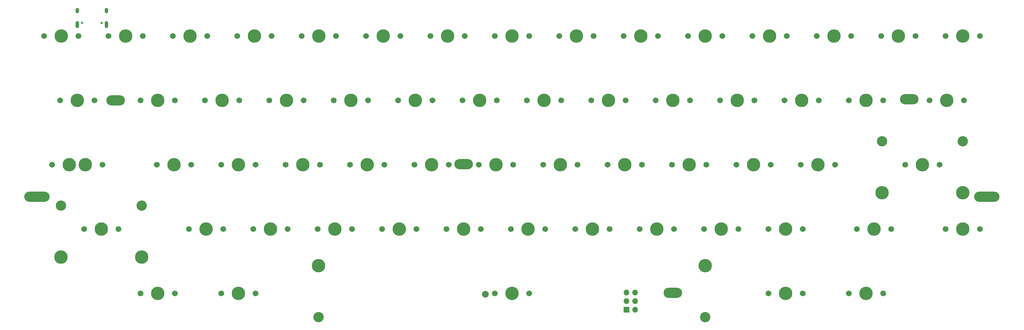
<source format=gts>
G04 #@! TF.GenerationSoftware,KiCad,Pcbnew,(5.99.0-11336-g5116fa6d12)*
G04 #@! TF.CreationDate,2021-07-31T15:39:07+02:00*
G04 #@! TF.ProjectId,plain60-flex-mkd-hhkb,706c6169-6e36-4302-9d66-6c65782d6d6b,rev?*
G04 #@! TF.SameCoordinates,Original*
G04 #@! TF.FileFunction,Soldermask,Top*
G04 #@! TF.FilePolarity,Negative*
%FSLAX46Y46*%
G04 Gerber Fmt 4.6, Leading zero omitted, Abs format (unit mm)*
G04 Created by KiCad (PCBNEW (5.99.0-11336-g5116fa6d12)) date 2021-07-31 15:39:07*
%MOMM*%
%LPD*%
G01*
G04 APERTURE LIST*
%ADD10C,1.701800*%
%ADD11C,3.987800*%
%ADD12C,3.048000*%
%ADD13O,7.500000X3.000000*%
%ADD14O,5.500000X3.000000*%
%ADD15C,2.000000*%
%ADD16C,0.650000*%
%ADD17O,1.000000X2.100000*%
%ADD18O,1.000000X1.600000*%
%ADD19R,1.700000X1.700000*%
%ADD20O,1.700000X1.700000*%
G04 APERTURE END LIST*
D10*
X71120000Y-28575000D03*
D11*
X76200000Y-28575000D03*
D10*
X81280000Y-28575000D03*
X100330000Y-28575000D03*
D11*
X95250000Y-28575000D03*
D10*
X90170000Y-28575000D03*
D11*
X152400000Y-28575000D03*
D10*
X157480000Y-28575000D03*
X147320000Y-28575000D03*
X166370000Y-28575000D03*
D11*
X171450000Y-28575000D03*
D10*
X176530000Y-28575000D03*
D11*
X133350000Y-28575000D03*
D10*
X138430000Y-28575000D03*
X128270000Y-28575000D03*
X109220000Y-28575000D03*
X119380000Y-28575000D03*
D11*
X114300000Y-28575000D03*
D10*
X19367500Y-28575000D03*
X9207500Y-28575000D03*
D11*
X14287500Y-28575000D03*
X142875000Y-9525000D03*
D10*
X147955000Y-9525000D03*
X137795000Y-9525000D03*
X186055000Y-9525000D03*
X175895000Y-9525000D03*
D11*
X180975000Y-9525000D03*
D10*
X90805000Y-9525000D03*
D11*
X85725000Y-9525000D03*
D10*
X80645000Y-9525000D03*
X243205000Y-9525000D03*
D11*
X238125000Y-9525000D03*
D10*
X233045000Y-9525000D03*
X224155000Y-9525000D03*
X213995000Y-9525000D03*
D11*
X219075000Y-9525000D03*
X200025000Y-9525000D03*
D10*
X205105000Y-9525000D03*
X194945000Y-9525000D03*
X156845000Y-9525000D03*
D11*
X161925000Y-9525000D03*
D10*
X167005000Y-9525000D03*
X118745000Y-9525000D03*
D11*
X123825000Y-9525000D03*
D10*
X128905000Y-9525000D03*
X99695000Y-9525000D03*
X109855000Y-9525000D03*
D11*
X104775000Y-9525000D03*
X66675000Y-9525000D03*
D10*
X71755000Y-9525000D03*
X61595000Y-9525000D03*
D11*
X28575000Y-9525000D03*
D10*
X33655000Y-9525000D03*
X23495000Y-9525000D03*
X4445000Y-9525000D03*
D11*
X9525000Y-9525000D03*
D10*
X14605000Y-9525000D03*
X43180000Y-85725000D03*
X33020000Y-85725000D03*
D11*
X38100000Y-85725000D03*
D10*
X152717500Y-66675000D03*
X142557500Y-66675000D03*
D11*
X147637500Y-66675000D03*
X223837500Y-66675000D03*
D10*
X228917500Y-66675000D03*
X218757500Y-66675000D03*
X171767500Y-66675000D03*
D11*
X166687500Y-66675000D03*
D10*
X161607500Y-66675000D03*
X123507500Y-66675000D03*
D11*
X128587500Y-66675000D03*
D10*
X133667500Y-66675000D03*
X180657500Y-66675000D03*
D11*
X185737500Y-66675000D03*
D10*
X190817500Y-66675000D03*
X252730000Y-28575000D03*
D11*
X247650000Y-28575000D03*
D10*
X242570000Y-28575000D03*
D11*
X52387500Y-66675000D03*
D10*
X57467500Y-66675000D03*
X47307500Y-66675000D03*
X195580000Y-28575000D03*
D11*
X190500000Y-28575000D03*
D10*
X185420000Y-28575000D03*
X124142500Y-47625000D03*
D11*
X119062500Y-47625000D03*
D10*
X113982500Y-47625000D03*
X66992500Y-47625000D03*
X56832500Y-47625000D03*
D11*
X61912500Y-47625000D03*
D12*
X276256700Y-40640000D03*
X252380700Y-40640000D03*
D11*
X264318700Y-47625000D03*
X252380700Y-55880000D03*
X276256700Y-55880000D03*
D10*
X269398700Y-47625000D03*
X259238700Y-47625000D03*
X281305000Y-66675000D03*
X271145000Y-66675000D03*
D11*
X276225000Y-66675000D03*
D10*
X171132500Y-47625000D03*
X181292500Y-47625000D03*
D11*
X176212500Y-47625000D03*
X271462487Y-28575061D03*
D10*
X266382487Y-28575061D03*
X276542487Y-28575061D03*
X233680000Y-28575000D03*
X223520000Y-28575000D03*
D11*
X228600000Y-28575000D03*
D10*
X56832500Y-85725000D03*
X66992500Y-85725000D03*
D11*
X61912500Y-85725000D03*
X80962500Y-47625000D03*
D10*
X86042500Y-47625000D03*
X75882500Y-47625000D03*
X152082500Y-47625000D03*
X162242500Y-47625000D03*
D11*
X157162500Y-47625000D03*
X100012500Y-47625000D03*
D10*
X105092500Y-47625000D03*
X94932500Y-47625000D03*
D11*
X42862500Y-47625000D03*
D10*
X37782500Y-47625000D03*
X47942500Y-47625000D03*
X200342500Y-47625000D03*
D11*
X195262500Y-47625000D03*
D10*
X190182500Y-47625000D03*
D12*
X9493250Y-59690000D03*
D11*
X9493250Y-74930000D03*
D10*
X26511250Y-66675000D03*
D11*
X33369250Y-74930000D03*
D12*
X33369250Y-59690000D03*
D10*
X16351250Y-66675000D03*
D11*
X21431250Y-66675000D03*
X233362500Y-47625000D03*
D10*
X228282500Y-47625000D03*
X238442500Y-47625000D03*
X219392500Y-47625000D03*
X209232500Y-47625000D03*
D11*
X214312500Y-47625000D03*
D10*
X204470000Y-28575000D03*
X214630000Y-28575000D03*
D11*
X209550000Y-28575000D03*
X138112500Y-47625000D03*
D10*
X143192500Y-47625000D03*
X133032500Y-47625000D03*
D11*
X16668750Y-47625000D03*
D10*
X11588750Y-47625000D03*
X21748750Y-47625000D03*
X104457500Y-66675000D03*
D11*
X109537500Y-66675000D03*
D10*
X114617500Y-66675000D03*
D11*
X247650000Y-85725000D03*
D10*
X252730000Y-85725000D03*
X242570000Y-85725000D03*
D11*
X71437500Y-66675000D03*
D10*
X76517500Y-66675000D03*
X66357500Y-66675000D03*
X228917500Y-85725000D03*
D11*
X223837500Y-85725000D03*
D10*
X218757500Y-85725000D03*
D13*
X283368988Y-57125000D03*
X2381252Y-57125000D03*
D10*
X43180000Y-28575000D03*
X33020000Y-28575000D03*
D11*
X38100000Y-28575000D03*
D14*
X190500160Y-85525000D03*
D11*
X90487500Y-66675000D03*
D10*
X95567500Y-66675000D03*
X85407500Y-66675000D03*
X16986277Y-47624925D03*
D11*
X11906277Y-47624925D03*
D10*
X6826277Y-47624925D03*
D14*
X260425000Y-28227050D03*
D10*
X262254977Y-9525061D03*
X252094977Y-9525061D03*
D11*
X257174977Y-9525061D03*
D10*
X244951287Y-66675061D03*
X255111287Y-66675061D03*
D11*
X250031287Y-66675061D03*
D10*
X271145087Y-9524961D03*
X281305087Y-9524961D03*
D11*
X276225087Y-9524961D03*
D10*
X199707500Y-66675000D03*
X209867500Y-66675000D03*
D11*
X204787500Y-66675000D03*
D14*
X128587608Y-47425040D03*
D11*
X57150000Y-28575000D03*
D10*
X62230000Y-28575000D03*
X52070000Y-28575000D03*
D14*
X25600000Y-28576024D03*
D12*
X85693250Y-92710000D03*
D11*
X85693250Y-77470000D03*
D12*
X200056750Y-92710000D03*
D11*
X200056750Y-77470000D03*
X142875000Y-85725000D03*
D10*
X147955000Y-85725000D03*
X137795000Y-85725000D03*
X52705000Y-9525000D03*
D11*
X47625000Y-9525000D03*
D10*
X42545000Y-9525000D03*
D15*
X134979287Y-85950061D03*
D16*
X21458000Y-5630000D03*
X15678000Y-5630000D03*
D17*
X22888000Y-6160000D03*
D18*
X22888000Y-1980000D03*
X14248000Y-1980000D03*
D17*
X14248000Y-6160000D03*
D19*
X176729287Y-90510061D03*
D20*
X179269287Y-90510061D03*
X176729287Y-87970061D03*
X179269287Y-87970061D03*
X176729287Y-85430061D03*
X179269287Y-85430061D03*
M02*

</source>
